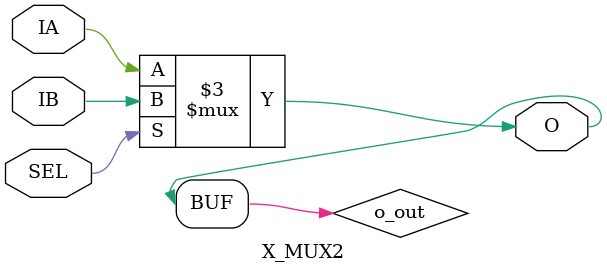
<source format=v>

/*

FUNCTION	: 2 to 1 Multiplexer

*/

`celldefine
`timescale  1 ps / 1 ps

module X_MUX2 (O, IA, IB, SEL);

    output O;
    reg    o_out;

    input  IA, IB, SEL;

    buf B1 (O, o_out);

	always @(IA or IB or SEL) begin
	    if (SEL)
		o_out <= IB;
	    else
		o_out <= IA;
	end

endmodule

</source>
